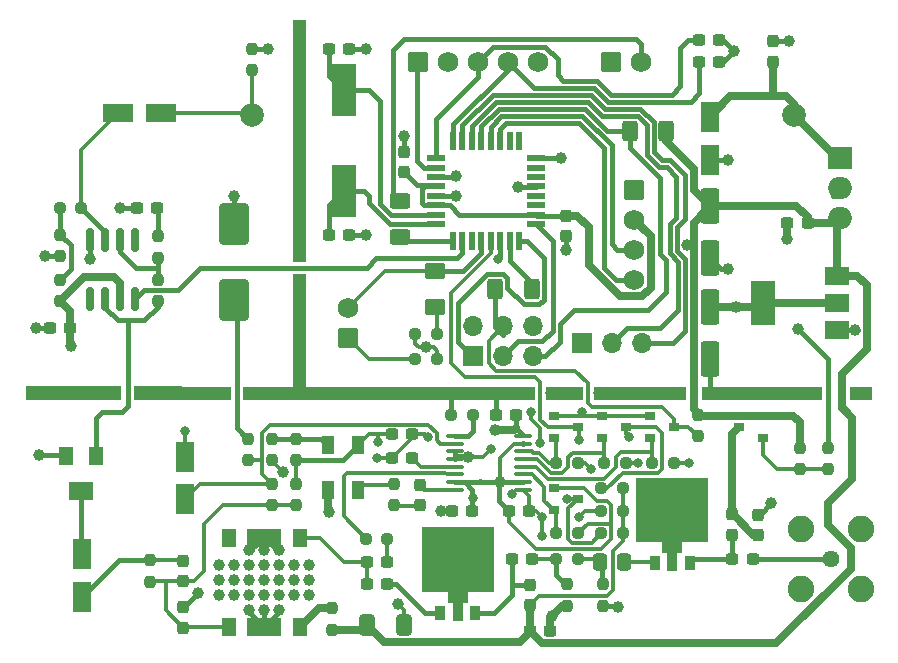
<source format=gbr>
%TF.GenerationSoftware,KiCad,Pcbnew,7.0.2*%
%TF.CreationDate,2023-08-02T15:39:13+02:00*%
%TF.ProjectId,ATV,4154562e-6b69-4636-9164-5f7063625858,1*%
%TF.SameCoordinates,Original*%
%TF.FileFunction,Copper,L1,Top*%
%TF.FilePolarity,Positive*%
%FSLAX46Y46*%
G04 Gerber Fmt 4.6, Leading zero omitted, Abs format (unit mm)*
G04 Created by KiCad (PCBNEW 7.0.2) date 2023-08-02 15:39:13*
%MOMM*%
%LPD*%
G01*
G04 APERTURE LIST*
G04 Aperture macros list*
%AMRoundRect*
0 Rectangle with rounded corners*
0 $1 Rounding radius*
0 $2 $3 $4 $5 $6 $7 $8 $9 X,Y pos of 4 corners*
0 Add a 4 corners polygon primitive as box body*
4,1,4,$2,$3,$4,$5,$6,$7,$8,$9,$2,$3,0*
0 Add four circle primitives for the rounded corners*
1,1,$1+$1,$2,$3*
1,1,$1+$1,$4,$5*
1,1,$1+$1,$6,$7*
1,1,$1+$1,$8,$9*
0 Add four rect primitives between the rounded corners*
20,1,$1+$1,$2,$3,$4,$5,0*
20,1,$1+$1,$4,$5,$6,$7,0*
20,1,$1+$1,$6,$7,$8,$9,0*
20,1,$1+$1,$8,$9,$2,$3,0*%
%AMFreePoly0*
4,1,9,3.862500,-0.866500,0.737500,-0.866500,0.737500,-0.450000,-0.737500,-0.450000,-0.737500,0.450000,0.737500,0.450000,0.737500,0.866500,3.862500,0.866500,3.862500,-0.866500,3.862500,-0.866500,$1*%
G04 Aperture macros list end*
%TA.AperFunction,SMDPad,CuDef*%
%ADD10RoundRect,0.237500X-0.237500X0.250000X-0.237500X-0.250000X0.237500X-0.250000X0.237500X0.250000X0*%
%TD*%
%TA.AperFunction,SMDPad,CuDef*%
%ADD11RoundRect,0.237500X-0.250000X-0.237500X0.250000X-0.237500X0.250000X0.237500X-0.250000X0.237500X0*%
%TD*%
%TA.AperFunction,ComponentPad*%
%ADD12O,2.000000X1.905000*%
%TD*%
%TA.AperFunction,ComponentPad*%
%ADD13R,2.000000X1.905000*%
%TD*%
%TA.AperFunction,SMDPad,CuDef*%
%ADD14R,1.000000X1.500000*%
%TD*%
%TA.AperFunction,SMDPad,CuDef*%
%ADD15R,1.200000X1.600000*%
%TD*%
%TA.AperFunction,SMDPad,CuDef*%
%ADD16R,3.000000X1.600000*%
%TD*%
%TA.AperFunction,SMDPad,CuDef*%
%ADD17RoundRect,0.237500X-0.237500X0.300000X-0.237500X-0.300000X0.237500X-0.300000X0.237500X0.300000X0*%
%TD*%
%TA.AperFunction,ComponentPad*%
%ADD18C,1.740000*%
%TD*%
%TA.AperFunction,ComponentPad*%
%ADD19RoundRect,0.249999X0.620001X-0.620001X0.620001X0.620001X-0.620001X0.620001X-0.620001X-0.620001X0*%
%TD*%
%TA.AperFunction,SMDPad,CuDef*%
%ADD20RoundRect,0.250000X0.550000X-1.050000X0.550000X1.050000X-0.550000X1.050000X-0.550000X-1.050000X0*%
%TD*%
%TA.AperFunction,SMDPad,CuDef*%
%ADD21RoundRect,0.250000X-1.050000X-0.550000X1.050000X-0.550000X1.050000X0.550000X-1.050000X0.550000X0*%
%TD*%
%TA.AperFunction,SMDPad,CuDef*%
%ADD22R,0.900000X0.800000*%
%TD*%
%TA.AperFunction,SMDPad,CuDef*%
%ADD23R,1.300000X1.600000*%
%TD*%
%TA.AperFunction,SMDPad,CuDef*%
%ADD24R,2.000000X1.600000*%
%TD*%
%TA.AperFunction,SMDPad,CuDef*%
%ADD25RoundRect,0.237500X0.237500X-0.250000X0.237500X0.250000X-0.237500X0.250000X-0.237500X-0.250000X0*%
%TD*%
%TA.AperFunction,SMDPad,CuDef*%
%ADD26RoundRect,0.250000X0.337500X0.475000X-0.337500X0.475000X-0.337500X-0.475000X0.337500X-0.475000X0*%
%TD*%
%TA.AperFunction,SMDPad,CuDef*%
%ADD27RoundRect,0.249999X-0.400001X-0.625001X0.400001X-0.625001X0.400001X0.625001X-0.400001X0.625001X0*%
%TD*%
%TA.AperFunction,SMDPad,CuDef*%
%ADD28R,2.000000X4.500000*%
%TD*%
%TA.AperFunction,SMDPad,CuDef*%
%ADD29RoundRect,0.237500X0.300000X0.237500X-0.300000X0.237500X-0.300000X-0.237500X0.300000X-0.237500X0*%
%TD*%
%TA.AperFunction,SMDPad,CuDef*%
%ADD30RoundRect,0.150000X-0.150000X0.825000X-0.150000X-0.825000X0.150000X-0.825000X0.150000X0.825000X0*%
%TD*%
%TA.AperFunction,ComponentPad*%
%ADD31O,1.700000X1.700000*%
%TD*%
%TA.AperFunction,ComponentPad*%
%ADD32R,1.700000X1.700000*%
%TD*%
%TA.AperFunction,ComponentPad*%
%ADD33RoundRect,0.249999X-0.620001X-0.620001X0.620001X-0.620001X0.620001X0.620001X-0.620001X0.620001X0*%
%TD*%
%TA.AperFunction,SMDPad,CuDef*%
%ADD34RoundRect,0.249999X0.400001X0.625001X-0.400001X0.625001X-0.400001X-0.625001X0.400001X-0.625001X0*%
%TD*%
%TA.AperFunction,SMDPad,CuDef*%
%ADD35RoundRect,0.249999X-0.625001X0.400001X-0.625001X-0.400001X0.625001X-0.400001X0.625001X0.400001X0*%
%TD*%
%TA.AperFunction,ComponentPad*%
%ADD36RoundRect,0.249999X-0.620001X0.620001X-0.620001X-0.620001X0.620001X-0.620001X0.620001X0.620001X0*%
%TD*%
%TA.AperFunction,ComponentPad*%
%ADD37C,2.000000*%
%TD*%
%TA.AperFunction,SMDPad,CuDef*%
%ADD38FreePoly0,90.000000*%
%TD*%
%TA.AperFunction,SMDPad,CuDef*%
%ADD39R,0.900000X1.300000*%
%TD*%
%TA.AperFunction,SMDPad,CuDef*%
%ADD40R,2.000000X1.500000*%
%TD*%
%TA.AperFunction,SMDPad,CuDef*%
%ADD41R,2.000000X3.800000*%
%TD*%
%TA.AperFunction,SMDPad,CuDef*%
%ADD42RoundRect,0.100000X-0.637500X-0.100000X0.637500X-0.100000X0.637500X0.100000X-0.637500X0.100000X0*%
%TD*%
%TA.AperFunction,SMDPad,CuDef*%
%ADD43R,0.550000X1.600000*%
%TD*%
%TA.AperFunction,SMDPad,CuDef*%
%ADD44R,1.600000X0.550000*%
%TD*%
%TA.AperFunction,SMDPad,CuDef*%
%ADD45RoundRect,0.237500X0.250000X0.237500X-0.250000X0.237500X-0.250000X-0.237500X0.250000X-0.237500X0*%
%TD*%
%TA.AperFunction,SMDPad,CuDef*%
%ADD46RoundRect,0.237500X-0.237500X0.287500X-0.237500X-0.287500X0.237500X-0.287500X0.237500X0.287500X0*%
%TD*%
%TA.AperFunction,SMDPad,CuDef*%
%ADD47RoundRect,0.237500X0.237500X-0.287500X0.237500X0.287500X-0.237500X0.287500X-0.237500X-0.287500X0*%
%TD*%
%TA.AperFunction,ComponentPad*%
%ADD48C,2.250000*%
%TD*%
%TA.AperFunction,ComponentPad*%
%ADD49C,1.440000*%
%TD*%
%TA.AperFunction,SMDPad,CuDef*%
%ADD50RoundRect,0.250000X0.625000X-0.462500X0.625000X0.462500X-0.625000X0.462500X-0.625000X-0.462500X0*%
%TD*%
%TA.AperFunction,SMDPad,CuDef*%
%ADD51RoundRect,0.237500X0.237500X-0.300000X0.237500X0.300000X-0.237500X0.300000X-0.237500X-0.300000X0*%
%TD*%
%TA.AperFunction,SMDPad,CuDef*%
%ADD52RoundRect,0.250000X-0.550000X1.250000X-0.550000X-1.250000X0.550000X-1.250000X0.550000X1.250000X0*%
%TD*%
%TA.AperFunction,SMDPad,CuDef*%
%ADD53RoundRect,0.237500X-0.300000X-0.237500X0.300000X-0.237500X0.300000X0.237500X-0.300000X0.237500X0*%
%TD*%
%TA.AperFunction,SMDPad,CuDef*%
%ADD54RoundRect,0.250000X-0.550000X1.050000X-0.550000X-1.050000X0.550000X-1.050000X0.550000X1.050000X0*%
%TD*%
%TA.AperFunction,SMDPad,CuDef*%
%ADD55RoundRect,0.249997X0.412503X0.650003X-0.412503X0.650003X-0.412503X-0.650003X0.412503X-0.650003X0*%
%TD*%
%TA.AperFunction,SMDPad,CuDef*%
%ADD56RoundRect,0.250000X1.000000X-1.500000X1.000000X1.500000X-1.000000X1.500000X-1.000000X-1.500000X0*%
%TD*%
%TA.AperFunction,ViaPad*%
%ADD57C,0.800000*%
%TD*%
%TA.AperFunction,ViaPad*%
%ADD58C,1.000000*%
%TD*%
%TA.AperFunction,Conductor*%
%ADD59C,0.400000*%
%TD*%
%TA.AperFunction,Conductor*%
%ADD60C,0.700000*%
%TD*%
%TA.AperFunction,Conductor*%
%ADD61C,0.300000*%
%TD*%
G04 APERTURE END LIST*
D10*
%TO.P,R3,2*%
%TO.N,Net-(C6-Pad2)*%
X91998800Y-149907000D03*
%TO.P,R3,1*%
%TO.N,Net-(R3-Pad1)*%
X91998800Y-148082000D03*
%TD*%
D11*
%TO.P,R22,2*%
%TO.N,Net-(C22-Pad2)*%
X91463500Y-152704800D03*
%TO.P,R22,1*%
%TO.N,RF*%
X89638500Y-152704800D03*
%TD*%
D12*
%TO.P,U5,3*%
%TO.N,+5V*%
X129755900Y-125564900D03*
%TO.P,U5,2*%
%TO.N,GND*%
X129755900Y-123024900D03*
D13*
%TO.P,U5,1*%
%TO.N,Net-(C25-Pad1)*%
X129755900Y-120484900D03*
%TD*%
D10*
%TO.P,R21,2*%
%TO.N,Net-(C19-Pad1)*%
X83705700Y-149907000D03*
%TO.P,R21,1*%
%TO.N,+3V3*%
X83705700Y-148082000D03*
%TD*%
D14*
%TO.P,X1,4*%
%TO.N,+3V3*%
X88992000Y-144780000D03*
%TO.P,X1,3*%
%TO.N,Net-(R3-Pad1)*%
X88992000Y-148580000D03*
%TO.P,X1,2*%
%TO.N,GND*%
X86392000Y-148580000D03*
%TO.P,X1,1*%
%TO.N,Net-(R1-Pad2)*%
X86392000Y-144780000D03*
%TD*%
D15*
%TO.P,X2,1*%
%TO.N,Net-(R20-Pad1)*%
X84031000Y-160225000D03*
%TO.P,X2,3*%
%TO.N,Net-(C19-Pad1)*%
X78031000Y-160225000D03*
D16*
%TO.P,X2,5*%
%TO.N,GND*%
X81031000Y-160225000D03*
X81031000Y-152625000D03*
D15*
%TO.P,X2,*%
%TO.N,*%
X78031000Y-152625000D03*
%TO.P,X2,6*%
%TO.N,Net-(C22-Pad1)*%
X84031000Y-152625000D03*
%TD*%
D17*
%TO.P,C6,2*%
%TO.N,Net-(C6-Pad2)*%
X94183200Y-149857000D03*
%TO.P,C6,1*%
%TO.N,Net-(C6-Pad1)*%
X94183200Y-148132000D03*
%TD*%
D11*
%TO.P,R8,2*%
%TO.N,GND*%
X95654500Y-137541000D03*
%TO.P,R8,1*%
%TO.N,Net-(J1-Pad1)*%
X93829500Y-137541000D03*
%TD*%
D18*
%TO.P,J1,2*%
%TO.N,Net-(D1-Pad2)*%
X88138000Y-133223000D03*
D19*
%TO.P,J1,1*%
%TO.N,Net-(J1-Pad1)*%
X88138000Y-135763000D03*
%TD*%
D20*
%TO.P,C14,2*%
%TO.N,GND*%
X74295000Y-145774000D03*
%TO.P,C14,1*%
%TO.N,Net-(C14-Pad1)*%
X74295000Y-149374000D03*
%TD*%
%TO.P,C18,2*%
%TO.N,Net-(C18-Pad2)*%
X65595500Y-154029000D03*
%TO.P,C18,1*%
%TO.N,Net-(C18-Pad1)*%
X65595500Y-157629000D03*
%TD*%
D21*
%TO.P,C11,2*%
%TO.N,Net-(C11-Pad2)*%
X72285000Y-116713000D03*
%TO.P,C11,1*%
%TO.N,Net-(C11-Pad1)*%
X68685000Y-116713000D03*
%TD*%
D22*
%TO.P,Q1,3*%
%TO.N,+5VL*%
X121237500Y-143256000D03*
%TO.P,Q1,2*%
%TO.N,+5V*%
X123237500Y-142306000D03*
%TO.P,Q1,1*%
%TO.N,Net-(Q1-Pad1)*%
X123237500Y-144206000D03*
%TD*%
D23*
%TO.P,RV1,3*%
%TO.N,GND*%
X64282000Y-145743000D03*
D24*
%TO.P,RV1,2*%
%TO.N,Net-(C18-Pad2)*%
X65532000Y-148643000D03*
D23*
%TO.P,RV1,1*%
%TO.N,Net-(R15-Pad2)*%
X66782000Y-145743000D03*
%TD*%
D25*
%TO.P,R18,2*%
%TO.N,Net-(C14-Pad1)*%
X81661000Y-148082000D03*
%TO.P,R18,1*%
%TO.N,Net-(C19-Pad1)*%
X81661000Y-149907000D03*
%TD*%
D26*
%TO.P,C28,2*%
%TO.N,Net-(C28-Pad2)*%
X109452500Y-154686000D03*
%TO.P,C28,1*%
%TO.N,Net-(C28-Pad1)*%
X111527500Y-154686000D03*
%TD*%
D27*
%TO.P,R7,2*%
%TO.N,Net-(R7-Pad2)*%
X103658000Y-131572000D03*
%TO.P,R7,1*%
%TO.N,MOSI*%
X100558000Y-131572000D03*
%TD*%
D28*
%TO.P,Y1,2*%
%TO.N,Net-(C10-Pad2)*%
X87757000Y-123249000D03*
%TO.P,Y1,1*%
%TO.N,Net-(C9-Pad2)*%
X87757000Y-114749000D03*
%TD*%
D25*
%TO.P,R34,2*%
%TO.N,+5V*%
X117729000Y-142216500D03*
%TO.P,R34,1*%
%TO.N,MOSI*%
X117729000Y-144041500D03*
%TD*%
D11*
%TO.P,R33,2*%
%TO.N,+5V*%
X111402500Y-150368000D03*
%TO.P,R33,1*%
%TO.N,LD*%
X109577500Y-150368000D03*
%TD*%
%TO.P,R32,2*%
%TO.N,+3V3*%
X115720500Y-146304000D03*
%TO.P,R32,1*%
%TO.N,LMOSI*%
X113895500Y-146304000D03*
%TD*%
%TO.P,R31,2*%
%TO.N,+3V3*%
X107592500Y-146304000D03*
%TO.P,R31,1*%
%TO.N,LLD*%
X105767500Y-146304000D03*
%TD*%
%TO.P,R30,2*%
%TO.N,+5V*%
X111402500Y-152273000D03*
%TO.P,R30,1*%
%TO.N,SCK*%
X109577500Y-152273000D03*
%TD*%
%TO.P,R29,2*%
%TO.N,+5V*%
X111402500Y-148463000D03*
%TO.P,R29,1*%
%TO.N,SS*%
X109577500Y-148463000D03*
%TD*%
%TO.P,R28,2*%
%TO.N,+3V3*%
X107592500Y-152273000D03*
%TO.P,R28,1*%
%TO.N,LSCK*%
X105767500Y-152273000D03*
%TD*%
%TO.P,R27,2*%
%TO.N,+3V3*%
X111656500Y-146304000D03*
%TO.P,R27,1*%
%TO.N,LSS*%
X109831500Y-146304000D03*
%TD*%
D10*
%TO.P,R20,2*%
%TO.N,+5V*%
X86741000Y-160424500D03*
%TO.P,R20,1*%
%TO.N,Net-(R20-Pad1)*%
X86741000Y-158599500D03*
%TD*%
%TO.P,R19,2*%
%TO.N,Net-(C19-Pad1)*%
X71374000Y-156360500D03*
%TO.P,R19,1*%
%TO.N,Net-(C18-Pad1)*%
X71374000Y-154535500D03*
%TD*%
%TO.P,R12,2*%
%TO.N,Net-(R12-Pad2)*%
X72009000Y-128928500D03*
%TO.P,R12,1*%
%TO.N,Net-(C12-Pad1)*%
X72009000Y-127103500D03*
%TD*%
D25*
%TO.P,R6,2*%
%TO.N,GND*%
X80010000Y-111228500D03*
%TO.P,R6,1*%
%TO.N,Net-(C11-Pad2)*%
X80010000Y-113053500D03*
%TD*%
D22*
%TO.P,Q5,3*%
%TO.N,MOSI*%
X115681000Y-143256000D03*
%TO.P,Q5,2*%
%TO.N,LMOSI*%
X113681000Y-144206000D03*
%TO.P,Q5,1*%
%TO.N,+3V3*%
X113681000Y-142306000D03*
%TD*%
%TO.P,Q4,3*%
%TO.N,LD*%
X107553000Y-143256000D03*
%TO.P,Q4,2*%
%TO.N,LLD*%
X105553000Y-144206000D03*
%TO.P,Q4,1*%
%TO.N,+3V3*%
X105553000Y-142306000D03*
%TD*%
%TO.P,Q3,3*%
%TO.N,SCK*%
X107553000Y-149352000D03*
%TO.P,Q3,2*%
%TO.N,LSCK*%
X105553000Y-150302000D03*
%TO.P,Q3,1*%
%TO.N,+3V3*%
X105553000Y-148402000D03*
%TD*%
%TO.P,Q2,3*%
%TO.N,SS*%
X111617000Y-143256000D03*
%TO.P,Q2,2*%
%TO.N,LSS*%
X109617000Y-144206000D03*
%TO.P,Q2,1*%
%TO.N,+3V3*%
X109617000Y-142306000D03*
%TD*%
D17*
%TO.P,C20,2*%
%TO.N,Net-(C19-Pad1)*%
X74168000Y-156310500D03*
%TO.P,C20,1*%
%TO.N,Net-(C18-Pad1)*%
X74168000Y-154585500D03*
%TD*%
D29*
%TO.P,C12,2*%
%TO.N,GND*%
X70257500Y-124714000D03*
%TO.P,C12,1*%
%TO.N,Net-(C12-Pad1)*%
X71982500Y-124714000D03*
%TD*%
D30*
%TO.P,U3,8*%
%TO.N,ENABLE*%
X70104000Y-132396000D03*
%TO.P,U3,7*%
%TO.N,+5V*%
X68834000Y-132396000D03*
%TO.P,U3,6*%
%TO.N,Net-(R15-Pad2)*%
X67564000Y-132396000D03*
%TO.P,U3,5*%
%TO.N,N/C*%
X66294000Y-132396000D03*
%TO.P,U3,4*%
%TO.N,GND*%
X66294000Y-127446000D03*
%TO.P,U3,3*%
%TO.N,Net-(C11-Pad1)*%
X67564000Y-127446000D03*
%TO.P,U3,2*%
%TO.N,Net-(R12-Pad2)*%
X68834000Y-127446000D03*
%TO.P,U3,1*%
%TO.N,N/C*%
X70104000Y-127446000D03*
%TD*%
D31*
%TO.P,J4,3*%
%TO.N,Net-(J4-Pad3)*%
X113030000Y-136144000D03*
%TO.P,J4,2*%
%TO.N,Net-(J4-Pad2)*%
X110490000Y-136144000D03*
D32*
%TO.P,J4,1*%
%TO.N,GND*%
X107950000Y-136144000D03*
%TD*%
D31*
%TO.P,J7,6*%
%TO.N,GND*%
X103759000Y-134747000D03*
%TO.P,J7,5*%
%TO.N,RST*%
X103759000Y-137287000D03*
%TO.P,J7,4*%
%TO.N,MOSI*%
X101219000Y-134747000D03*
%TO.P,J7,3*%
%TO.N,SCK*%
X101219000Y-137287000D03*
%TO.P,J7,2*%
%TO.N,N/C*%
X98679000Y-134747000D03*
D32*
%TO.P,J7,1*%
%TO.N,MISO*%
X98679000Y-137287000D03*
%TD*%
D18*
%TO.P,J5,5*%
%TO.N,GND*%
X104190800Y-112318800D03*
%TO.P,J5,4*%
%TO.N,Net-(C15-Pad2)*%
X101650800Y-112318800D03*
%TO.P,J5,3*%
%TO.N,Net-(C16-Pad2)*%
X99110800Y-112318800D03*
%TO.P,J5,2*%
%TO.N,GND*%
X96570800Y-112318800D03*
D33*
%TO.P,J5,1*%
%TO.N,Net-(J5-Pad1)*%
X94030800Y-112318800D03*
%TD*%
D34*
%TO.P,R23,2*%
%TO.N,RST*%
X111962600Y-118186200D03*
%TO.P,R23,1*%
%TO.N,+5V*%
X115062600Y-118186200D03*
%TD*%
D35*
%TO.P,R5,2*%
%TO.N,Net-(R5-Pad2)*%
X92506800Y-127203800D03*
%TO.P,R5,1*%
%TO.N,Net-(J3-Pad2)*%
X92506800Y-124103800D03*
%TD*%
D18*
%TO.P,J6,4*%
%TO.N,Net-(J6-Pad4)*%
X112344200Y-130784600D03*
%TO.P,J6,3*%
%TO.N,Net-(J6-Pad3)*%
X112344200Y-128244600D03*
%TO.P,J6,2*%
%TO.N,+5V*%
X112344200Y-125704600D03*
D36*
%TO.P,J6,1*%
%TO.N,GND*%
X112344200Y-123164600D03*
%TD*%
D18*
%TO.P,J3,2*%
%TO.N,Net-(J3-Pad2)*%
X112953800Y-112318800D03*
D33*
%TO.P,J3,1*%
%TO.N,GND*%
X110413800Y-112318800D03*
%TD*%
D29*
%TO.P,C16,2*%
%TO.N,Net-(C16-Pad2)*%
X117806300Y-110490000D03*
%TO.P,C16,1*%
%TO.N,GND*%
X119531300Y-110490000D03*
%TD*%
%TO.P,C15,2*%
%TO.N,Net-(C15-Pad2)*%
X117831700Y-112395000D03*
%TO.P,C15,1*%
%TO.N,GND*%
X119556700Y-112395000D03*
%TD*%
D37*
%TO.P,J2,1*%
%TO.N,Net-(C11-Pad2)*%
X80010000Y-116814600D03*
%TD*%
D38*
%TO.P,U6,2*%
%TO.N,GND*%
X115570000Y-154724500D03*
D39*
%TO.P,U6,3*%
%TO.N,Net-(C32-Pad2)*%
X117070000Y-154812000D03*
%TO.P,U6,1*%
%TO.N,Net-(C28-Pad1)*%
X114070000Y-154812000D03*
%TD*%
D40*
%TO.P,U7,1*%
%TO.N,GND*%
X129540400Y-135040400D03*
%TO.P,U7,3*%
%TO.N,+5V*%
X129540400Y-130440400D03*
%TO.P,U7,2*%
%TO.N,+3V3*%
X129540400Y-132740400D03*
D41*
X123240400Y-132740400D03*
%TD*%
D38*
%TO.P,U4,2*%
%TO.N,GND*%
X97409000Y-158915500D03*
D39*
%TO.P,U4,3*%
%TO.N,Net-(C26-Pad2)*%
X98909000Y-159003000D03*
%TO.P,U4,1*%
%TO.N,Net-(C23-Pad1)*%
X95909000Y-159003000D03*
%TD*%
D42*
%TO.P,U2,16*%
%TO.N,+5V*%
X102938500Y-144029000D03*
%TO.P,U2,15*%
%TO.N,+3V3*%
X102938500Y-144679000D03*
%TO.P,U2,14*%
%TO.N,LLD*%
X102938500Y-145329000D03*
%TO.P,U2,13*%
%TO.N,LSS*%
X102938500Y-145979000D03*
%TO.P,U2,12*%
%TO.N,LMOSI*%
X102938500Y-146629000D03*
%TO.P,U2,11*%
%TO.N,LSCK*%
X102938500Y-147279000D03*
%TO.P,U2,10*%
%TO.N,+3V3*%
X102938500Y-147929000D03*
%TO.P,U2,9*%
%TO.N,GND*%
X102938500Y-148579000D03*
%TO.P,U2,8*%
%TO.N,Net-(C6-Pad1)*%
X97213500Y-148579000D03*
%TO.P,U2,7*%
%TO.N,+3V3*%
X97213500Y-147929000D03*
%TO.P,U2,6*%
%TO.N,RF*%
X97213500Y-147279000D03*
%TO.P,U2,5*%
%TO.N,Net-(C7-Pad1)*%
X97213500Y-146629000D03*
%TO.P,U2,4*%
%TO.N,GND*%
X97213500Y-145979000D03*
%TO.P,U2,3*%
X97213500Y-145329000D03*
%TO.P,U2,2*%
%TO.N,Net-(C14-Pad1)*%
X97213500Y-144679000D03*
%TO.P,U2,1*%
%TO.N,Net-(R13-Pad2)*%
X97213500Y-144029000D03*
%TD*%
D43*
%TO.P,U1,32*%
%TO.N,Net-(C15-Pad2)*%
X96996600Y-119041600D03*
%TO.P,U1,31*%
%TO.N,Net-(J4-Pad3)*%
X97796600Y-119041600D03*
%TO.P,U1,30*%
%TO.N,Net-(J4-Pad2)*%
X98596600Y-119041600D03*
%TO.P,U1,29*%
%TO.N,RST*%
X99396600Y-119041600D03*
%TO.P,U1,28*%
%TO.N,Net-(J6-Pad3)*%
X100196600Y-119041600D03*
%TO.P,U1,27*%
%TO.N,Net-(J6-Pad4)*%
X100996600Y-119041600D03*
%TO.P,U1,26*%
%TO.N,N/C*%
X101796600Y-119041600D03*
%TO.P,U1,25*%
X102596600Y-119041600D03*
D44*
%TO.P,U1,24*%
%TO.N,Net-(R14-Pad2)*%
X104046600Y-120491600D03*
%TO.P,U1,23*%
%TO.N,N/C*%
X104046600Y-121291600D03*
%TO.P,U1,22*%
X104046600Y-122091600D03*
%TO.P,U1,21*%
%TO.N,GND*%
X104046600Y-122891600D03*
%TO.P,U1,20*%
%TO.N,N/C*%
X104046600Y-123691600D03*
%TO.P,U1,19*%
X104046600Y-124491600D03*
%TO.P,U1,18*%
%TO.N,+5V*%
X104046600Y-125291600D03*
%TO.P,U1,17*%
%TO.N,SCK*%
X104046600Y-126091600D03*
D43*
%TO.P,U1,16*%
%TO.N,MISO*%
X102596600Y-127541600D03*
%TO.P,U1,15*%
%TO.N,Net-(R7-Pad2)*%
X101796600Y-127541600D03*
%TO.P,U1,14*%
%TO.N,SS*%
X100996600Y-127541600D03*
%TO.P,U1,13*%
%TO.N,LD*%
X100196600Y-127541600D03*
%TO.P,U1,12*%
%TO.N,Net-(D1-Pad2)*%
X99396600Y-127541600D03*
%TO.P,U1,11*%
%TO.N,N/C*%
X98596600Y-127541600D03*
%TO.P,U1,10*%
%TO.N,ENABLE*%
X97796600Y-127541600D03*
%TO.P,U1,9*%
%TO.N,Net-(R5-Pad2)*%
X96996600Y-127541600D03*
D44*
%TO.P,U1,8*%
%TO.N,Net-(C10-Pad2)*%
X95546600Y-126091600D03*
%TO.P,U1,7*%
%TO.N,Net-(C9-Pad2)*%
X95546600Y-125291600D03*
%TO.P,U1,6*%
%TO.N,+5V*%
X95546600Y-124491600D03*
%TO.P,U1,5*%
%TO.N,GND*%
X95546600Y-123691600D03*
%TO.P,U1,4*%
%TO.N,+5V*%
X95546600Y-122891600D03*
%TO.P,U1,3*%
%TO.N,GND*%
X95546600Y-122091600D03*
%TO.P,U1,2*%
%TO.N,Net-(J5-Pad1)*%
X95546600Y-121291600D03*
%TO.P,U1,1*%
%TO.N,Net-(C16-Pad2)*%
X95546600Y-120491600D03*
%TD*%
D10*
%TO.P,R26,2*%
%TO.N,GND*%
X109728000Y-158392500D03*
%TO.P,R26,1*%
%TO.N,Net-(C28-Pad2)*%
X109728000Y-156567500D03*
%TD*%
D45*
%TO.P,R25,2*%
%TO.N,Net-(C26-Pad1)*%
X105767500Y-154432000D03*
%TO.P,R25,1*%
%TO.N,Net-(C28-Pad2)*%
X107592500Y-154432000D03*
%TD*%
D25*
%TO.P,R24,2*%
%TO.N,Net-(C26-Pad1)*%
X106680000Y-156567500D03*
%TO.P,R24,1*%
%TO.N,GND*%
X106680000Y-158392500D03*
%TD*%
%TO.P,R16,2*%
%TO.N,Net-(C17-Pad1)*%
X79629000Y-144248500D03*
%TO.P,R16,1*%
%TO.N,Net-(C14-Pad1)*%
X79629000Y-146073500D03*
%TD*%
D10*
%TO.P,R15,2*%
%TO.N,Net-(R15-Pad2)*%
X72009000Y-132611500D03*
%TO.P,R15,1*%
%TO.N,Net-(R12-Pad2)*%
X72009000Y-130786500D03*
%TD*%
%TO.P,R17,2*%
%TO.N,Net-(Q1-Pad1)*%
X126365000Y-146835500D03*
%TO.P,R17,1*%
%TO.N,+5V*%
X126365000Y-145010500D03*
%TD*%
D11*
%TO.P,R13,2*%
%TO.N,Net-(R13-Pad2)*%
X98702500Y-142240000D03*
%TO.P,R13,1*%
%TO.N,GND*%
X96877500Y-142240000D03*
%TD*%
D45*
%TO.P,R11,2*%
%TO.N,Net-(R10-Pad2)*%
X63730500Y-124714000D03*
%TO.P,R11,1*%
%TO.N,Net-(C11-Pad1)*%
X65555500Y-124714000D03*
%TD*%
D25*
%TO.P,R10,2*%
%TO.N,Net-(R10-Pad2)*%
X63754000Y-130786500D03*
%TO.P,R10,1*%
%TO.N,+5V*%
X63754000Y-132611500D03*
%TD*%
%TO.P,R14,2*%
%TO.N,Net-(R14-Pad2)*%
X128778000Y-145010500D03*
%TO.P,R14,1*%
%TO.N,Net-(Q1-Pad1)*%
X128778000Y-146835500D03*
%TD*%
D10*
%TO.P,R9,2*%
%TO.N,GND*%
X63754000Y-128801500D03*
%TO.P,R9,1*%
%TO.N,Net-(R10-Pad2)*%
X63754000Y-126976500D03*
%TD*%
D11*
%TO.P,R4,2*%
%TO.N,Net-(D1-Pad1)*%
X95654500Y-135382000D03*
%TO.P,R4,1*%
%TO.N,GND*%
X93829500Y-135382000D03*
%TD*%
D10*
%TO.P,R2,2*%
%TO.N,GND*%
X81661000Y-146073500D03*
%TO.P,R2,1*%
%TO.N,Net-(R1-Pad2)*%
X81661000Y-144248500D03*
%TD*%
D25*
%TO.P,R1,2*%
%TO.N,Net-(R1-Pad2)*%
X83693000Y-144248500D03*
%TO.P,R1,1*%
%TO.N,+3V3*%
X83693000Y-146073500D03*
%TD*%
D46*
%TO.P,L2,2*%
%TO.N,Net-(C32-Pad2)*%
X120650000Y-152386000D03*
%TO.P,L2,1*%
%TO.N,+5VL*%
X120650000Y-150636000D03*
%TD*%
D47*
%TO.P,L1,2*%
%TO.N,Net-(C26-Pad2)*%
X103505000Y-156605000D03*
%TO.P,L1,1*%
%TO.N,+5V*%
X103505000Y-158355000D03*
%TD*%
D48*
%TO.P,J9,2*%
%TO.N,GND*%
X126492000Y-156972000D03*
X126492000Y-151892000D03*
X131572000Y-151892000D03*
X131572000Y-156972000D03*
D49*
%TO.P,J9,1*%
%TO.N,Net-(C32-Pad1)*%
X129032000Y-154432000D03*
%TD*%
D37*
%TO.P,J8,1*%
%TO.N,Net-(C25-Pad1)*%
X125882400Y-116814600D03*
%TD*%
D50*
%TO.P,D1,2*%
%TO.N,Net-(D1-Pad2)*%
X95504000Y-130084500D03*
%TO.P,D1,1*%
%TO.N,Net-(D1-Pad1)*%
X95504000Y-133059500D03*
%TD*%
D29*
%TO.P,C32,2*%
%TO.N,Net-(C32-Pad2)*%
X120650000Y-154432000D03*
%TO.P,C32,1*%
%TO.N,Net-(C32-Pad1)*%
X122375000Y-154432000D03*
%TD*%
D51*
%TO.P,C30,2*%
%TO.N,GND*%
X122809000Y-150675000D03*
%TO.P,C30,1*%
%TO.N,+5VL*%
X122809000Y-152400000D03*
%TD*%
D52*
%TO.P,C33,2*%
%TO.N,GND*%
X118745000Y-137505800D03*
%TO.P,C33,1*%
%TO.N,+3V3*%
X118745000Y-133105800D03*
%TD*%
D29*
%TO.P,C31,2*%
%TO.N,GND*%
X125299300Y-125984000D03*
%TO.P,C31,1*%
%TO.N,+5V*%
X127024300Y-125984000D03*
%TD*%
D52*
%TO.P,C29,2*%
%TO.N,GND*%
X118770400Y-128971400D03*
%TO.P,C29,1*%
%TO.N,+5V*%
X118770400Y-124571400D03*
%TD*%
D29*
%TO.P,C26,2*%
%TO.N,Net-(C26-Pad2)*%
X102007500Y-154432000D03*
%TO.P,C26,1*%
%TO.N,Net-(C26-Pad1)*%
X103732500Y-154432000D03*
%TD*%
D51*
%TO.P,C27,2*%
%TO.N,GND*%
X124129800Y-110619200D03*
%TO.P,C27,1*%
%TO.N,Net-(C25-Pad1)*%
X124129800Y-112344200D03*
%TD*%
D53*
%TO.P,C24,2*%
%TO.N,GND*%
X105256500Y-160528000D03*
%TO.P,C24,1*%
%TO.N,+5V*%
X103531500Y-160528000D03*
%TD*%
D54*
%TO.P,C25,2*%
%TO.N,GND*%
X118745000Y-120621200D03*
%TO.P,C25,1*%
%TO.N,Net-(C25-Pad1)*%
X118745000Y-117021200D03*
%TD*%
D53*
%TO.P,C22,2*%
%TO.N,Net-(C22-Pad2)*%
X91413500Y-154686000D03*
%TO.P,C22,1*%
%TO.N,Net-(C22-Pad1)*%
X89688500Y-154686000D03*
%TD*%
D29*
%TO.P,C23,2*%
%TO.N,Net-(C22-Pad1)*%
X89688500Y-156591000D03*
%TO.P,C23,1*%
%TO.N,Net-(C23-Pad1)*%
X91413500Y-156591000D03*
%TD*%
D55*
%TO.P,C21,2*%
%TO.N,+5V*%
X89750500Y-160020000D03*
%TO.P,C21,1*%
%TO.N,GND*%
X92875500Y-160020000D03*
%TD*%
D51*
%TO.P,C19,2*%
%TO.N,GND*%
X74168000Y-158522500D03*
%TO.P,C19,1*%
%TO.N,Net-(C19-Pad1)*%
X74168000Y-160247500D03*
%TD*%
D56*
%TO.P,C17,2*%
%TO.N,GND*%
X78486000Y-126036000D03*
%TO.P,C17,1*%
%TO.N,Net-(C17-Pad1)*%
X78486000Y-132536000D03*
%TD*%
D53*
%TO.P,C13,2*%
%TO.N,+5V*%
X64616500Y-134874000D03*
%TO.P,C13,1*%
%TO.N,GND*%
X62891500Y-134874000D03*
%TD*%
D29*
%TO.P,C10,2*%
%TO.N,Net-(C10-Pad2)*%
X86513500Y-127000000D03*
%TO.P,C10,1*%
%TO.N,GND*%
X88238500Y-127000000D03*
%TD*%
%TO.P,C9,2*%
%TO.N,Net-(C9-Pad2)*%
X86513500Y-111252000D03*
%TO.P,C9,1*%
%TO.N,GND*%
X88238500Y-111252000D03*
%TD*%
%TO.P,C8,2*%
%TO.N,GND*%
X96927500Y-150368000D03*
%TO.P,C8,1*%
%TO.N,+3V3*%
X98652500Y-150368000D03*
%TD*%
D51*
%TO.P,C4,2*%
%TO.N,+5V*%
X106553000Y-125375500D03*
%TO.P,C4,1*%
%TO.N,GND*%
X106553000Y-127100500D03*
%TD*%
D29*
%TO.P,C7,2*%
%TO.N,GND*%
X91847500Y-145923000D03*
%TO.P,C7,1*%
%TO.N,Net-(C7-Pad1)*%
X93572500Y-145923000D03*
%TD*%
D53*
%TO.P,C5,2*%
%TO.N,GND*%
X103478500Y-150368000D03*
%TO.P,C5,1*%
%TO.N,+3V3*%
X101753500Y-150368000D03*
%TD*%
D51*
%TO.P,C2,2*%
%TO.N,GND*%
X92837000Y-119941000D03*
%TO.P,C2,1*%
%TO.N,+5V*%
X92837000Y-121666000D03*
%TD*%
D29*
%TO.P,C3,2*%
%TO.N,GND*%
X100610500Y-142240000D03*
%TO.P,C3,1*%
%TO.N,+5V*%
X102335500Y-142240000D03*
%TD*%
%TO.P,C1,2*%
%TO.N,+3V3*%
X91847500Y-143891000D03*
%TO.P,C1,1*%
%TO.N,GND*%
X93572500Y-143891000D03*
%TD*%
D57*
%TO.N,GND*%
X90601800Y-145923000D03*
X104394000Y-144653000D03*
D58*
X115570000Y-153162000D03*
X123952000Y-149733000D03*
X105410000Y-159258000D03*
X110998000Y-158496000D03*
X81026000Y-153670000D03*
X81026000Y-154940000D03*
X81026000Y-156210000D03*
X81026000Y-157480000D03*
X81026000Y-158750000D03*
X79756000Y-157480000D03*
X79756000Y-154940000D03*
X79756000Y-156210000D03*
X79756000Y-158750000D03*
X79756000Y-153670000D03*
X82296000Y-157480000D03*
X82296000Y-156210000D03*
X82296000Y-158750000D03*
X82296000Y-154940000D03*
X82296000Y-153670000D03*
X83566000Y-154940000D03*
X83566000Y-156210000D03*
X83566000Y-157480000D03*
X84836000Y-156210000D03*
X84836000Y-154940000D03*
X84836000Y-157480000D03*
X78486000Y-154940000D03*
X78486000Y-156210000D03*
X78486000Y-157480000D03*
X77216000Y-154940000D03*
X77216000Y-156210000D03*
X77216000Y-157480000D03*
X97409000Y-156083000D03*
X97409000Y-157353000D03*
X97409000Y-154813000D03*
X97409000Y-153543000D03*
X96139000Y-153543000D03*
X96139000Y-154813000D03*
X98679000Y-153543000D03*
X98679000Y-154813000D03*
X98679000Y-156083000D03*
X96139000Y-156083000D03*
X94869000Y-156083000D03*
X99949000Y-156083000D03*
X99949000Y-156083000D03*
X99949000Y-153543000D03*
X99949000Y-154813000D03*
X99949000Y-153543000D03*
X99949000Y-154813000D03*
X94869000Y-153543000D03*
X94869000Y-154813000D03*
X97409000Y-152273000D03*
X96139000Y-152273000D03*
X94869000Y-152273000D03*
X98679000Y-152273000D03*
X99949000Y-152273000D03*
X116840000Y-151892000D03*
X118110000Y-151892000D03*
X115570000Y-149352000D03*
X118110000Y-149352000D03*
X113030000Y-148082000D03*
X114300000Y-149352000D03*
X114300000Y-151892000D03*
X118110000Y-149352000D03*
X118110000Y-150622000D03*
X115570000Y-148082000D03*
X118110000Y-151892000D03*
X116840000Y-148082000D03*
X116840000Y-150622000D03*
X113030000Y-149352000D03*
X118110000Y-148082000D03*
X118110000Y-150622000D03*
X114300000Y-150622000D03*
X113030000Y-150622000D03*
X116840000Y-149352000D03*
X115570000Y-150622000D03*
X114300000Y-148082000D03*
X115570000Y-151892000D03*
X75438000Y-157353000D03*
X61722000Y-134874000D03*
X62484000Y-128778000D03*
X78486000Y-123698000D03*
X98298000Y-145796000D03*
X96012000Y-150368000D03*
X97282000Y-123698000D03*
X102514400Y-122910600D03*
X131419600Y-140411200D03*
X131028440Y-135026400D03*
X94742000Y-136525000D03*
X89662000Y-127000000D03*
X89662000Y-111252000D03*
X120802400Y-111429800D03*
X125425200Y-110617000D03*
X127508000Y-140411200D03*
X126238000Y-140411200D03*
X124968000Y-140411200D03*
X123698000Y-140411200D03*
X122428000Y-140411200D03*
X121158000Y-140411200D03*
X119888000Y-140411200D03*
X118618000Y-140411200D03*
X97790000Y-140360400D03*
X93980000Y-140360400D03*
X92710000Y-140360400D03*
X91440000Y-140360400D03*
X90170000Y-140360400D03*
X88900000Y-140360400D03*
X87630000Y-140360400D03*
X86360000Y-140360400D03*
X85090000Y-140360400D03*
X83820000Y-140360400D03*
X82550000Y-140360400D03*
X81280000Y-140360400D03*
X80010000Y-140360400D03*
X77470000Y-140360400D03*
X76200000Y-140360400D03*
X74930000Y-140360400D03*
X73660000Y-140360400D03*
X72390000Y-140360400D03*
X71120000Y-140360400D03*
X65278000Y-140360400D03*
X64008000Y-140360400D03*
X66548000Y-140360400D03*
X62738000Y-140360400D03*
X61468000Y-140360400D03*
X115697000Y-140411200D03*
X114427000Y-140411200D03*
X113157000Y-140411200D03*
X111887000Y-140411200D03*
X110617000Y-140411200D03*
X106553000Y-128270000D03*
X97282000Y-122047000D03*
X125272800Y-127330200D03*
X92837000Y-118618000D03*
X120269000Y-120650000D03*
X120269000Y-129921000D03*
X67818000Y-140360400D03*
X99060000Y-140360400D03*
X105283000Y-140360400D03*
X109347000Y-140411200D03*
X84000000Y-138938000D03*
X84000000Y-137668000D03*
X84000000Y-136398000D03*
X84000000Y-135128000D03*
X84000000Y-133858000D03*
X84000000Y-128270000D03*
X84000000Y-127000000D03*
X84000000Y-124460000D03*
X84000000Y-123190000D03*
X84000000Y-121920000D03*
X84000000Y-120650000D03*
X84000000Y-119380000D03*
X84000000Y-118110000D03*
X84000000Y-116840000D03*
X84000000Y-115570000D03*
X84000000Y-114300000D03*
X84000000Y-113030000D03*
X84000000Y-111760000D03*
X84000000Y-110490000D03*
X66294000Y-129032000D03*
X81381600Y-111252000D03*
X68834000Y-124714000D03*
X86487000Y-150495000D03*
D57*
X94869000Y-144145000D03*
D58*
X92329000Y-158242000D03*
D57*
X100203000Y-145161000D03*
X103632000Y-141986000D03*
X104521000Y-150876000D03*
X104521000Y-152527000D03*
X101981000Y-148971000D03*
D58*
X82613500Y-147066000D03*
X95250000Y-140360400D03*
X100330000Y-140360400D03*
X103251000Y-140360400D03*
X106680000Y-140360400D03*
X84000000Y-132588000D03*
X84000000Y-131318000D03*
X61976000Y-145669000D03*
D57*
X74295000Y-143573500D03*
D58*
X113030000Y-151892000D03*
%TO.N,+5V*%
X116840000Y-127889000D03*
X100584000Y-143510000D03*
X64643000Y-136398000D03*
%TO.N,+3V3*%
X100991000Y-147929000D03*
D57*
X107961009Y-141977797D03*
X112649000Y-146304000D03*
X116967000Y-146304000D03*
X108712000Y-146812000D03*
X90678000Y-144526000D03*
X98679000Y-149255473D03*
D58*
X120990000Y-133105800D03*
D57*
%TO.N,SCK*%
X106680000Y-149352000D03*
%TO.N,SS*%
X100838000Y-129032000D03*
X111887000Y-144145000D03*
%TO.N,LD*%
X107696000Y-150876000D03*
X107696000Y-144399000D03*
D58*
%TO.N,Net-(R14-Pad2)*%
X126238000Y-135001000D03*
X106172000Y-120523000D03*
%TD*%
D59*
%TO.N,GND*%
X81031000Y-158755000D02*
X81026000Y-158750000D01*
X81031000Y-160225000D02*
X81031000Y-158755000D01*
X82296000Y-158960000D02*
X81031000Y-160225000D01*
X82296000Y-158750000D02*
X82296000Y-158960000D01*
X79756000Y-158950000D02*
X81031000Y-160225000D01*
X79756000Y-158750000D02*
X79756000Y-158950000D01*
X82296000Y-153670000D02*
X82076000Y-153670000D01*
X79756000Y-153670000D02*
X79986000Y-153670000D01*
X63754000Y-128801500D02*
X64031500Y-128801500D01*
X63730500Y-128778000D02*
X63754000Y-128801500D01*
X62484000Y-128778000D02*
X63730500Y-128778000D01*
X61722000Y-134874000D02*
X62891500Y-134874000D01*
X97282000Y-145796000D02*
X97213500Y-145727500D01*
X97213500Y-145727500D02*
X97213500Y-145979000D01*
X97213500Y-145329000D02*
X97213500Y-145727500D01*
X96012000Y-150368000D02*
X96927500Y-150368000D01*
X104027600Y-122910600D02*
X104046600Y-122891600D01*
X102514400Y-122910600D02*
X104027600Y-122910600D01*
X131278600Y-135040400D02*
X131292600Y-135026400D01*
X129540400Y-135040400D02*
X131278600Y-135040400D01*
X119862600Y-110490000D02*
X120802400Y-111429800D01*
X119531300Y-110490000D02*
X119862600Y-110490000D01*
X119837200Y-112395000D02*
X120802400Y-111429800D01*
X119556700Y-112395000D02*
X119837200Y-112395000D01*
X125423000Y-110619200D02*
X125425200Y-110617000D01*
X124129800Y-110619200D02*
X125423000Y-110619200D01*
X118745000Y-140284200D02*
X118618000Y-140411200D01*
X118745000Y-137505800D02*
X118745000Y-140284200D01*
X115011200Y-140462000D02*
X115062000Y-140411200D01*
X96877500Y-140717900D02*
X96520000Y-140360400D01*
X96877500Y-142240000D02*
X96877500Y-140717900D01*
X97213500Y-145727500D02*
X98610500Y-145727500D01*
X106553000Y-128270000D02*
X106553000Y-127100500D01*
X95540200Y-123698000D02*
X95546600Y-123691600D01*
X97110400Y-122091600D02*
X97155000Y-122047000D01*
X97148600Y-123691600D02*
X97155000Y-123698000D01*
X97275600Y-123691600D02*
X97282000Y-123698000D01*
X95546600Y-123691600D02*
X97275600Y-123691600D01*
X97237400Y-122091600D02*
X97282000Y-122047000D01*
X95546600Y-122091600D02*
X97237400Y-122091600D01*
X92837000Y-119941000D02*
X92837000Y-118618000D01*
X118773800Y-120650000D02*
X118745000Y-120621200D01*
X120269000Y-120650000D02*
X118773800Y-120650000D01*
X119720000Y-129921000D02*
X118770400Y-128971400D01*
X120269000Y-129921000D02*
X119720000Y-129921000D01*
X123010000Y-150675000D02*
X123952000Y-149733000D01*
X122809000Y-150675000D02*
X123010000Y-150675000D01*
X98211976Y-140360400D02*
X97790000Y-140360400D01*
X78486000Y-123698000D02*
X78486000Y-126036000D01*
X110894500Y-158392500D02*
X110998000Y-158496000D01*
X109728000Y-158392500D02*
X110894500Y-158392500D01*
X66294000Y-129032000D02*
X66294000Y-127446000D01*
X80033500Y-111252000D02*
X80010000Y-111228500D01*
X81381600Y-111252000D02*
X80033500Y-111252000D01*
X68834000Y-124714000D02*
X70257500Y-124714000D01*
X74268500Y-158522500D02*
X75438000Y-157353000D01*
X74168000Y-158522500D02*
X74268500Y-158522500D01*
X88238500Y-111252000D02*
X89662000Y-111252000D01*
X88238500Y-127000000D02*
X89662000Y-127000000D01*
D60*
X105256500Y-159411500D02*
X105410000Y-159258000D01*
X105256500Y-160655000D02*
X105256500Y-159411500D01*
X106275500Y-158392500D02*
X105410000Y-159258000D01*
X106680000Y-158392500D02*
X106275500Y-158392500D01*
X80801000Y-152625000D02*
X79756000Y-153670000D01*
X81031000Y-152625000D02*
X80801000Y-152625000D01*
X81031000Y-153665000D02*
X81026000Y-153670000D01*
X81031000Y-152625000D02*
X81031000Y-153665000D01*
X81251000Y-152625000D02*
X82296000Y-153670000D01*
X81031000Y-152625000D02*
X81251000Y-152625000D01*
X86392000Y-150400000D02*
X86487000Y-150495000D01*
X86392000Y-148580000D02*
X86392000Y-150400000D01*
D61*
X94615000Y-143891000D02*
X94869000Y-144145000D01*
X93572500Y-143891000D02*
X94615000Y-143891000D01*
X93572500Y-144198000D02*
X91847500Y-145923000D01*
X93572500Y-143891000D02*
X93572500Y-144198000D01*
X92875500Y-158788500D02*
X92329000Y-158242000D01*
X92875500Y-160020000D02*
X92875500Y-158788500D01*
X99568000Y-145796000D02*
X100203000Y-145161000D01*
X98298000Y-145796000D02*
X99568000Y-145796000D01*
X103632000Y-142572122D02*
X103632000Y-141986000D01*
X104394000Y-143334122D02*
X103632000Y-142572122D01*
X104394000Y-144653000D02*
X104394000Y-143334122D01*
X104013000Y-150368000D02*
X104521000Y-150876000D01*
X103478500Y-150368000D02*
X104013000Y-150368000D01*
X104521000Y-150876000D02*
X104521000Y-152527000D01*
X103478500Y-149119000D02*
X102938500Y-148579000D01*
X103478500Y-150368000D02*
X103478500Y-149119000D01*
X102373000Y-148579000D02*
X101981000Y-148971000D01*
X102938500Y-148579000D02*
X102373000Y-148579000D01*
X81637500Y-146050000D02*
X81661000Y-146073500D01*
X81661000Y-146073500D02*
X81811500Y-146073500D01*
D59*
X100610500Y-140640900D02*
X100330000Y-140360400D01*
X100610500Y-142240000D02*
X100610500Y-140640900D01*
D61*
X74295000Y-145774000D02*
X74295000Y-143573500D01*
X74295000Y-143573500D02*
X74295000Y-143573500D01*
X94742000Y-136525000D02*
X95377000Y-136525000D01*
X95654500Y-136802500D02*
X95654500Y-137541000D01*
X95377000Y-136525000D02*
X95654500Y-136802500D01*
X94742000Y-136525000D02*
X94107000Y-136525000D01*
X93829500Y-136247500D02*
X93829500Y-135382000D01*
X94107000Y-136525000D02*
X93829500Y-136247500D01*
D59*
X64208000Y-145669000D02*
X64282000Y-145743000D01*
X61976000Y-145669000D02*
X64208000Y-145669000D01*
X129464200Y-123698000D02*
X129214200Y-123698000D01*
D60*
X125272800Y-126010500D02*
X125299300Y-125984000D01*
X125272800Y-127330200D02*
X125272800Y-126010500D01*
D61*
X81661000Y-146113500D02*
X82613500Y-147066000D01*
X81661000Y-146073500D02*
X81661000Y-146113500D01*
X91847500Y-145923000D02*
X90601800Y-145923000D01*
D60*
%TO.N,+5V*%
X64616500Y-133474000D02*
X63754000Y-132611500D01*
X64616500Y-134874000D02*
X64616500Y-133474000D01*
D59*
X96746600Y-124491600D02*
X95546600Y-124491600D01*
X97546600Y-125291600D02*
X96746600Y-124491600D01*
X104046600Y-125291600D02*
X97546600Y-125291600D01*
D60*
X118770400Y-124571400D02*
X117394990Y-125946810D01*
D59*
X102362000Y-143352490D02*
X102938500Y-143928990D01*
X102362000Y-142240000D02*
X102362000Y-143352490D01*
X93968999Y-122797999D02*
X92837000Y-121666000D01*
X95452999Y-122797999D02*
X93968999Y-122797999D01*
X95546600Y-122891600D02*
X95452999Y-122797999D01*
X94551598Y-124491600D02*
X95546600Y-124491600D01*
X94346599Y-124286601D02*
X94551598Y-124491600D01*
X94346599Y-123096599D02*
X94346599Y-124286601D01*
X94551598Y-122891600D02*
X94346599Y-123096599D01*
X95546600Y-122891600D02*
X94551598Y-122891600D01*
D60*
X117394990Y-125946810D02*
X117394990Y-127935990D01*
X117394990Y-127935990D02*
X117394990Y-141349090D01*
X64616500Y-136371500D02*
X64643000Y-136398000D01*
X64616500Y-134874000D02*
X64616500Y-136371500D01*
X117394990Y-121407590D02*
X115062600Y-119075200D01*
X117394990Y-123195990D02*
X117394990Y-121407590D01*
X118770400Y-124571400D02*
X117394990Y-123195990D01*
X115062600Y-119075200D02*
X115062600Y-118186200D01*
X111154127Y-132204601D02*
X108508800Y-129559274D01*
X113025801Y-132204601D02*
X111154127Y-132204601D01*
X113764201Y-131466201D02*
X113025801Y-132204601D01*
X113764201Y-127124601D02*
X113764201Y-131466201D01*
X112344200Y-125704600D02*
X113764201Y-127124601D01*
X108508800Y-129559274D02*
X108508800Y-126365000D01*
X107519300Y-125375500D02*
X106553000Y-125375500D01*
X108508800Y-126365000D02*
X107519300Y-125375500D01*
D59*
X104130500Y-125375500D02*
X104046600Y-125291600D01*
X106553000Y-125375500D02*
X104130500Y-125375500D01*
D60*
X116886990Y-127935990D02*
X116840000Y-127889000D01*
X117394990Y-127935990D02*
X116886990Y-127935990D01*
X102204490Y-143510000D02*
X102362000Y-143352490D01*
X100584000Y-143510000D02*
X102204490Y-143510000D01*
X117394990Y-141778990D02*
X117394990Y-141349090D01*
X68834000Y-132396000D02*
X68834000Y-131064000D01*
X68834000Y-131064000D02*
X68326000Y-130556000D01*
X65809500Y-130556000D02*
X63754000Y-132611500D01*
X68326000Y-130556000D02*
X65809500Y-130556000D01*
X103531500Y-158381500D02*
X103505000Y-158355000D01*
X103531500Y-160655000D02*
X103531500Y-158381500D01*
X89346000Y-160424500D02*
X89750500Y-160020000D01*
X86741000Y-160424500D02*
X89346000Y-160424500D01*
X91200510Y-161470010D02*
X89750500Y-160020000D01*
X102716490Y-161470010D02*
X91200510Y-161470010D01*
X103531500Y-160655000D02*
X102716490Y-161470010D01*
D61*
X111402500Y-148463000D02*
X111402500Y-150368000D01*
X111402500Y-150368000D02*
X111402500Y-152273000D01*
X104305010Y-157554990D02*
X103505000Y-158355000D01*
X110058876Y-157554990D02*
X104305010Y-157554990D01*
X110553010Y-157060856D02*
X110058876Y-157554990D01*
X110553010Y-153745444D02*
X110553010Y-157060856D01*
X111402500Y-152895954D02*
X110553010Y-153745444D01*
X111402500Y-152273000D02*
X111402500Y-152895954D01*
D60*
X130683000Y-153482002D02*
X128778000Y-151577002D01*
X130683000Y-155260002D02*
X130683000Y-153482002D01*
X124387992Y-161555010D02*
X130683000Y-155260002D01*
X104558510Y-161555010D02*
X124387992Y-161555010D01*
X103531500Y-160528000D02*
X104558510Y-161555010D01*
X117729000Y-142113000D02*
X117394990Y-141778990D01*
X117729000Y-142216500D02*
X117729000Y-142113000D01*
D59*
X126264000Y-144909500D02*
X126365000Y-145010500D01*
D60*
X128778000Y-151577002D02*
X128778000Y-149733000D01*
X128778000Y-149733000D02*
X130810000Y-147701000D01*
X130810000Y-147701000D02*
X130810000Y-142494000D01*
X126365000Y-145010500D02*
X126365000Y-142875000D01*
X125796000Y-142306000D02*
X123237500Y-142306000D01*
X126365000Y-142875000D02*
X125796000Y-142306000D01*
X129336800Y-125984000D02*
X129755900Y-125564900D01*
X127024300Y-125984000D02*
X129336800Y-125984000D01*
X129540400Y-125780400D02*
X129755900Y-125564900D01*
X129540400Y-130440400D02*
X129540400Y-125780400D01*
X126086700Y-124571400D02*
X118770400Y-124571400D01*
X127024300Y-125509000D02*
X126086700Y-124571400D01*
X127024300Y-125984000D02*
X127024300Y-125509000D01*
X130369599Y-142053599D02*
X130369599Y-142033279D01*
X130810000Y-142494000D02*
X130369599Y-142053599D01*
X130369599Y-142033279D02*
X129961640Y-141625320D01*
X129961640Y-141625320D02*
X129961640Y-138800840D01*
X131240400Y-130440400D02*
X129540400Y-130440400D01*
X132078441Y-131278441D02*
X131240400Y-130440400D01*
X132078441Y-136684039D02*
X132078441Y-131278441D01*
X129961640Y-138800840D02*
X132078441Y-136684039D01*
X117818500Y-142306000D02*
X117729000Y-142216500D01*
X123237500Y-142306000D02*
X117818500Y-142306000D01*
D61*
%TO.N,+3V3*%
X98008124Y-147929000D02*
X97213500Y-147929000D01*
D59*
X98652500Y-148573376D02*
X98008124Y-147929000D01*
X100939000Y-149553500D02*
X101753500Y-150368000D01*
X100991000Y-147929000D02*
X102938500Y-147929000D01*
X100939000Y-147981000D02*
X100939000Y-149553500D01*
D60*
X129540400Y-132740400D02*
X123240400Y-132740400D01*
X122875000Y-133105800D02*
X123240400Y-132740400D01*
X100939000Y-147981000D02*
X100991000Y-147929000D01*
X120990000Y-133105800D02*
X122875000Y-133105800D01*
X118745000Y-133105800D02*
X120990000Y-133105800D01*
D59*
X99314000Y-147828000D02*
X99415000Y-147929000D01*
X99415000Y-147929000D02*
X100939000Y-147929000D01*
X97213500Y-147929000D02*
X99415000Y-147929000D01*
X102938500Y-144673400D02*
X102907099Y-144641999D01*
X102938500Y-144679000D02*
X102938500Y-144673400D01*
X87698500Y-146073500D02*
X88992000Y-144780000D01*
X83693000Y-146073500D02*
X87698500Y-146073500D01*
D61*
X89881000Y-143891000D02*
X88992000Y-144780000D01*
X90424000Y-143891000D02*
X89881000Y-143891000D01*
X90424000Y-143891000D02*
X90424000Y-143891000D01*
X109617000Y-142306000D02*
X113681000Y-142306000D01*
X105553000Y-142306000D02*
X108011000Y-142306000D01*
X108011000Y-142306000D02*
X109617000Y-142306000D01*
X110070856Y-149542990D02*
X110415010Y-149887144D01*
X109223992Y-149542990D02*
X110070856Y-149542990D01*
X108083002Y-148402000D02*
X109223992Y-149542990D01*
X105553000Y-148402000D02*
X108083002Y-148402000D01*
X110403030Y-151447990D02*
X110415010Y-151436010D01*
X108417510Y-151447990D02*
X110403030Y-151447990D01*
X107592500Y-152273000D02*
X108417510Y-151447990D01*
X110415010Y-149887144D02*
X110415010Y-151436010D01*
X111656500Y-146304000D02*
X112649000Y-146304000D01*
X115720500Y-146304000D02*
X116967000Y-146304000D01*
X101753500Y-151283500D02*
X101753500Y-150368000D01*
X109561876Y-153606990D02*
X104076990Y-153606990D01*
X110415010Y-152753856D02*
X109561876Y-153606990D01*
X104076990Y-153606990D02*
X101753500Y-151283500D01*
X110415010Y-151436010D02*
X110415010Y-152753856D01*
X108204000Y-146304000D02*
X108712000Y-146812000D01*
X107592500Y-146304000D02*
X108204000Y-146304000D01*
X102214586Y-144679000D02*
X102938500Y-144679000D01*
X100991000Y-145902586D02*
X102214586Y-144679000D01*
X100991000Y-147929000D02*
X100991000Y-145902586D01*
X90678000Y-143891000D02*
X90678000Y-144526000D01*
X91847500Y-143891000D02*
X90678000Y-143891000D01*
X90678000Y-143891000D02*
X90424000Y-143891000D01*
X98783473Y-149255473D02*
X98652500Y-149124500D01*
D59*
X98652500Y-149124500D02*
X98652500Y-148573376D01*
X98652500Y-150368000D02*
X98652500Y-149124500D01*
D61*
X107961009Y-142256009D02*
X108011000Y-142306000D01*
X107961009Y-141977797D02*
X107961009Y-142256009D01*
X83705700Y-146086200D02*
X83693000Y-146073500D01*
X83705700Y-148069300D02*
X83705700Y-146086200D01*
D59*
%TO.N,Net-(C10-Pad2)*%
X86513500Y-124492500D02*
X87757000Y-123249000D01*
X86513500Y-127000000D02*
X86513500Y-124492500D01*
X91701802Y-126091600D02*
X89916000Y-124305798D01*
X95546600Y-126091600D02*
X91701802Y-126091600D01*
X89916000Y-124305798D02*
X89916000Y-123698000D01*
X89467000Y-123249000D02*
X87757000Y-123249000D01*
X89916000Y-123698000D02*
X89467000Y-123249000D01*
D61*
%TO.N,Net-(C11-Pad2)*%
X80010000Y-113053500D02*
X80010000Y-116814600D01*
X79908400Y-116713000D02*
X80010000Y-116814600D01*
X72285000Y-116713000D02*
X79908400Y-116713000D01*
%TO.N,Net-(C14-Pad1)*%
X81525144Y-143065990D02*
X94899992Y-143065990D01*
X80835990Y-143755144D02*
X81525144Y-143065990D01*
X94899992Y-143065990D02*
X95631000Y-143796998D01*
X81661000Y-148082000D02*
X80835990Y-147256990D01*
X95631000Y-143796998D02*
X95631000Y-144399000D01*
X95911000Y-144679000D02*
X97213500Y-144679000D01*
X95631000Y-144399000D02*
X95911000Y-144679000D01*
X80795500Y-146073500D02*
X80835990Y-146113990D01*
X79629000Y-146073500D02*
X80795500Y-146073500D01*
X80835990Y-146113990D02*
X80835990Y-143755144D01*
X80835990Y-147256990D02*
X80835990Y-146113990D01*
X75587000Y-148082000D02*
X74295000Y-149374000D01*
X81661000Y-148082000D02*
X75587000Y-148082000D01*
%TO.N,RF*%
X87757000Y-150823300D02*
X89638500Y-152704800D01*
X88074990Y-147129010D02*
X87757000Y-147447000D01*
X96339596Y-147129010D02*
X88074990Y-147129010D01*
X87757000Y-147447000D02*
X87757000Y-150823300D01*
X96489586Y-147279000D02*
X96339596Y-147129010D01*
X97213500Y-147279000D02*
X96489586Y-147279000D01*
D60*
%TO.N,+5VL*%
X122444130Y-152400000D02*
X122809000Y-152400000D01*
X120680130Y-150636000D02*
X122444130Y-152400000D01*
X120650000Y-150636000D02*
X120680130Y-150636000D01*
X120650000Y-143843500D02*
X121237500Y-143256000D01*
X120650000Y-150636000D02*
X120650000Y-143843500D01*
D59*
%TO.N,Net-(D1-Pad2)*%
X99396600Y-128536602D02*
X97848702Y-130084500D01*
X97848702Y-130084500D02*
X95504000Y-130084500D01*
X99396600Y-127541600D02*
X99396600Y-128536602D01*
D61*
X91276500Y-130084500D02*
X88138000Y-133223000D01*
X95504000Y-130084500D02*
X91276500Y-130084500D01*
D59*
%TO.N,Net-(D1-Pad1)*%
X95504000Y-133059500D02*
X95504000Y-133123300D01*
D61*
X95654500Y-133210000D02*
X95504000Y-133059500D01*
X95654500Y-135382000D02*
X95654500Y-133210000D01*
D59*
%TO.N,MOSI*%
X100558000Y-134797200D02*
X101219000Y-135458200D01*
X100558000Y-131572000D02*
X100558000Y-134797200D01*
D61*
X116943500Y-143256000D02*
X117729000Y-144041500D01*
X115681000Y-143256000D02*
X116943500Y-143256000D01*
X115681000Y-142556000D02*
X115681000Y-143256000D01*
X114680999Y-141555999D02*
X115681000Y-142556000D01*
X108789999Y-141555999D02*
X114680999Y-141555999D01*
X108458000Y-139573000D02*
X108458000Y-141224000D01*
X107372001Y-138487001D02*
X108458000Y-139573000D01*
X100642999Y-138487001D02*
X107372001Y-138487001D01*
X100018999Y-137863001D02*
X100642999Y-138487001D01*
X100018999Y-135947001D02*
X100018999Y-137863001D01*
X108458000Y-141224000D02*
X108789999Y-141555999D01*
X101219000Y-134747000D02*
X100018999Y-135947001D01*
D59*
%TO.N,RST*%
X113507133Y-133315009D02*
X115001610Y-131820532D01*
X109566010Y-133315010D02*
X113507133Y-133315009D01*
X109254990Y-133315010D02*
X109566010Y-133315010D01*
X110053484Y-118186200D02*
X111962600Y-118186200D01*
X108193066Y-116325782D02*
X110053484Y-118186200D01*
X100863876Y-116325782D02*
X108193066Y-116325782D01*
X99396600Y-117793058D02*
X100863876Y-116325782D01*
X99396600Y-119041600D02*
X99396600Y-117793058D01*
X111962600Y-119616538D02*
X111962600Y-118186200D01*
X114514211Y-122168149D02*
X114473531Y-122127469D01*
X114514211Y-128592297D02*
X114514211Y-122168149D01*
X115001610Y-129079696D02*
X114514211Y-128592297D01*
X115001610Y-131820532D02*
X115001610Y-129079696D01*
X114473531Y-122127469D02*
X111962600Y-119616538D01*
X107222990Y-133315010D02*
X106035410Y-134502590D01*
X109566010Y-133315010D02*
X107222990Y-133315010D01*
X104775000Y-137287000D02*
X106035410Y-136026590D01*
X103759000Y-137287000D02*
X104775000Y-137287000D01*
X106035410Y-134502590D02*
X106035410Y-136026590D01*
%TO.N,SCK*%
X104046600Y-126091600D02*
X105435400Y-127480400D01*
D61*
X106754990Y-150150010D02*
X107553000Y-149352000D01*
X106754990Y-152753856D02*
X106754990Y-150150010D01*
X107553000Y-149352000D02*
X106680000Y-149352000D01*
D59*
X105435400Y-127480400D02*
X105435400Y-129946400D01*
D61*
X108752490Y-153098010D02*
X109577500Y-152273000D01*
X107099144Y-153098010D02*
X108752490Y-153098010D01*
X106754990Y-152753856D02*
X107099144Y-153098010D01*
D59*
X105435400Y-129946400D02*
X105435400Y-135102600D01*
X101219000Y-137287000D02*
X102508999Y-135997001D01*
X104540999Y-135997001D02*
X105435400Y-135102600D01*
X102508999Y-135997001D02*
X104540999Y-135997001D01*
%TO.N,MISO*%
X104708010Y-128965010D02*
X103284600Y-127541600D01*
X101608010Y-131466266D02*
X102988754Y-132847010D01*
X101608010Y-130677754D02*
X101608010Y-131466266D01*
X104708010Y-132466246D02*
X104708010Y-128965010D01*
X104327246Y-132847010D02*
X104708010Y-132466246D01*
X101227246Y-130296990D02*
X101608010Y-130677754D01*
X99888754Y-130296990D02*
X101227246Y-130296990D01*
X97428999Y-132756745D02*
X99888754Y-130296990D01*
X102988754Y-132847010D02*
X104327246Y-132847010D01*
X97428999Y-136036999D02*
X97428999Y-132756745D01*
X103284600Y-127541600D02*
X102596600Y-127541600D01*
X98679000Y-137287000D02*
X97428999Y-136036999D01*
%TO.N,Net-(R1-Pad2)*%
X81661000Y-144248500D02*
X83693000Y-144248500D01*
X85860500Y-144248500D02*
X86392000Y-144780000D01*
X83693000Y-144248500D02*
X85860500Y-144248500D01*
%TO.N,ENABLE*%
X97796600Y-128536602D02*
X97796600Y-127541600D01*
X97361212Y-128971990D02*
X97796600Y-128536602D01*
X90510010Y-128971990D02*
X97361212Y-128971990D01*
X89688000Y-129794000D02*
X90510010Y-128971990D01*
X75565000Y-129794000D02*
X89688000Y-129794000D01*
X73684990Y-131674010D02*
X75565000Y-129794000D01*
X70825990Y-131674010D02*
X73684990Y-131674010D01*
X70104000Y-132396000D02*
X70825990Y-131674010D01*
%TO.N,SS*%
X100996600Y-128873400D02*
X100838000Y-129032000D01*
X100996600Y-127541600D02*
X100996600Y-128873400D01*
D61*
X114211002Y-143256000D02*
X111617000Y-143256000D01*
X114733010Y-146784856D02*
X114733010Y-143778008D01*
X114388856Y-147129010D02*
X114733010Y-146784856D01*
X111398990Y-147129010D02*
X114388856Y-147129010D01*
X114733010Y-143778008D02*
X114211002Y-143256000D01*
X110065000Y-148463000D02*
X111398990Y-147129010D01*
X109577500Y-148463000D02*
X110065000Y-148463000D01*
X111617000Y-143875000D02*
X111887000Y-144145000D01*
X111617000Y-143256000D02*
X111617000Y-143875000D01*
%TO.N,Net-(C19-Pad1)*%
X74190500Y-160225000D02*
X74168000Y-160247500D01*
X78031000Y-160225000D02*
X74190500Y-160225000D01*
X74168000Y-156310500D02*
X75083500Y-156310500D01*
X75083500Y-156310500D02*
X75946000Y-155448000D01*
X75946000Y-155448000D02*
X75946000Y-151511000D01*
X77550000Y-149907000D02*
X81661000Y-149907000D01*
X75946000Y-151511000D02*
X77550000Y-149907000D01*
X71424000Y-156310500D02*
X71374000Y-156360500D01*
X72670500Y-158750000D02*
X74168000Y-160247500D01*
X72670500Y-156310500D02*
X72670500Y-158750000D01*
X74168000Y-156310500D02*
X72670500Y-156310500D01*
X72670500Y-156310500D02*
X71424000Y-156310500D01*
X81673700Y-149894300D02*
X81661000Y-149907000D01*
X83705700Y-149894300D02*
X81673700Y-149894300D01*
D59*
%TO.N,Net-(C23-Pad1)*%
X95909000Y-159003000D02*
X94614000Y-159003000D01*
X92202000Y-156591000D02*
X91413500Y-156591000D01*
X94614000Y-159003000D02*
X92202000Y-156591000D01*
%TO.N,Net-(J3-Pad2)*%
X112953800Y-110871000D02*
X112953800Y-112318800D01*
X112496600Y-110413800D02*
X112953800Y-110871000D01*
X92887800Y-110413800D02*
X112496600Y-110413800D01*
X91936999Y-111364601D02*
X92887800Y-110413800D01*
X91936999Y-123533999D02*
X91936999Y-111364601D01*
X92506800Y-124103800D02*
X91936999Y-123533999D01*
%TO.N,Net-(R10-Pad2)*%
X63730500Y-126953000D02*
X63754000Y-126976500D01*
X63730500Y-124714000D02*
X63730500Y-126953000D01*
X64631510Y-129908990D02*
X63754000Y-130786500D01*
X64631510Y-127854010D02*
X64631510Y-129908990D01*
X63754000Y-126976500D02*
X64631510Y-127854010D01*
%TO.N,Net-(R13-Pad2)*%
X98702500Y-142240000D02*
X98702500Y-143613500D01*
X98287000Y-144029000D02*
X97213500Y-144029000D01*
X98702500Y-143613500D02*
X98287000Y-144029000D01*
D61*
%TO.N,Net-(C7-Pad1)*%
X94278500Y-146629000D02*
X93572500Y-145923000D01*
X97213500Y-146629000D02*
X94278500Y-146629000D01*
D59*
%TO.N,Net-(C9-Pad2)*%
X86513500Y-113505500D02*
X87757000Y-114749000D01*
X86513500Y-111252000D02*
X86513500Y-113505500D01*
X91750344Y-125291600D02*
X90805000Y-124346256D01*
X95546600Y-125291600D02*
X91750344Y-125291600D01*
X90805000Y-124346256D02*
X90805000Y-115697000D01*
X89857000Y-114749000D02*
X87757000Y-114749000D01*
X90805000Y-115697000D02*
X89857000Y-114749000D01*
%TO.N,Net-(C11-Pad1)*%
X67564000Y-126722500D02*
X65555500Y-124714000D01*
X67564000Y-127446000D02*
X67564000Y-126722500D01*
D61*
X65555500Y-119842500D02*
X68685000Y-116713000D01*
X65555500Y-124714000D02*
X65555500Y-119842500D01*
D59*
%TO.N,Net-(C12-Pad1)*%
X72009000Y-124740500D02*
X71982500Y-124714000D01*
X72009000Y-127103500D02*
X72009000Y-124740500D01*
%TO.N,Net-(C16-Pad2)*%
X95546600Y-120491600D02*
X95546600Y-117203800D01*
X99110800Y-112318800D02*
X99110800Y-113639600D01*
X99110800Y-113639600D02*
X98945700Y-113804700D01*
X98945700Y-113804700D02*
X99034600Y-113715800D01*
X95546600Y-117203800D02*
X98945700Y-113804700D01*
X100380801Y-111048799D02*
X104800401Y-111048799D01*
X104800401Y-111048799D02*
X105867200Y-112115598D01*
X99110800Y-112318800D02*
X100380801Y-111048799D01*
X105867200Y-113461800D02*
X106331143Y-113925743D01*
X105867200Y-112115598D02*
X105867200Y-113461800D01*
X106331143Y-113925743D02*
X109187196Y-113925744D01*
X109187196Y-113925744D02*
X110372612Y-115111160D01*
X110372612Y-115111160D02*
X115520840Y-115111160D01*
X115520840Y-115111160D02*
X116230400Y-114401600D01*
X116230400Y-114401600D02*
X116230400Y-111201200D01*
X116941600Y-110490000D02*
X117806300Y-110490000D01*
X116230400Y-111201200D02*
X116941600Y-110490000D01*
D61*
%TO.N,Net-(C18-Pad1)*%
X74118000Y-154535500D02*
X74168000Y-154585500D01*
X71374000Y-154535500D02*
X74118000Y-154535500D01*
D59*
X68689000Y-154535500D02*
X65595500Y-157629000D01*
X71374000Y-154535500D02*
X68689000Y-154535500D01*
D60*
%TO.N,Net-(C25-Pad1)*%
X125882400Y-115951000D02*
X125882400Y-116814600D01*
X125196600Y-115265200D02*
X125882400Y-115951000D01*
X118745000Y-117021200D02*
X120501000Y-115265200D01*
X124129800Y-115138200D02*
X124256800Y-115265200D01*
X124129800Y-112344200D02*
X124129800Y-115138200D01*
X124256800Y-115265200D02*
X125196600Y-115265200D01*
X120501000Y-115265200D02*
X124256800Y-115265200D01*
X129552700Y-120484900D02*
X125882400Y-116814600D01*
X129755900Y-120484900D02*
X129552700Y-120484900D01*
D61*
%TO.N,LSS*%
X109831500Y-144420500D02*
X109617000Y-144206000D01*
X106754990Y-146634876D02*
X106754990Y-145823144D01*
X106260856Y-147129010D02*
X106754990Y-146634876D01*
X106754990Y-145823144D02*
X107139634Y-145438500D01*
X104124134Y-145979000D02*
X105274144Y-147129010D01*
X102938500Y-145979000D02*
X104124134Y-145979000D01*
X109831500Y-145438500D02*
X109831500Y-144420500D01*
X107139634Y-145438500D02*
X109831500Y-145438500D01*
X105274144Y-147129010D02*
X106260856Y-147129010D01*
X109831500Y-146304000D02*
X109831500Y-145438500D01*
%TO.N,LSCK*%
X105767500Y-150516500D02*
X105553000Y-150302000D01*
X105767500Y-152273000D02*
X105767500Y-150516500D01*
X104752999Y-149501999D02*
X105553000Y-150302000D01*
X104752999Y-148369585D02*
X104752999Y-149501999D01*
X103662414Y-147279000D02*
X104752999Y-148369585D01*
X102938500Y-147279000D02*
X103662414Y-147279000D01*
%TO.N,LD*%
X108204000Y-150368000D02*
X107696000Y-150876000D01*
X109577500Y-150368000D02*
X108204000Y-150368000D01*
X107696000Y-143399000D02*
X107553000Y-143256000D01*
X107696000Y-144399000D02*
X107696000Y-143399000D01*
X104394000Y-139446000D02*
X103935011Y-138987011D01*
X96878989Y-131881009D02*
X100196600Y-128563398D01*
X103935011Y-138987011D02*
X98049009Y-138987011D01*
X96878989Y-137816991D02*
X96878989Y-131881009D01*
X100196600Y-128563398D02*
X100196600Y-127541600D01*
X104394000Y-142627002D02*
X104394000Y-139446000D01*
X105022998Y-143256000D02*
X104394000Y-142627002D01*
X107553000Y-143256000D02*
X105022998Y-143256000D01*
X98049009Y-138987011D02*
X96878989Y-137816991D01*
%TO.N,LLD*%
X105767500Y-144420500D02*
X105553000Y-144206000D01*
X105703000Y-145329000D02*
X105767500Y-145264500D01*
X105767500Y-145264500D02*
X105767500Y-144420500D01*
X105767500Y-146304000D02*
X105767500Y-145264500D01*
X105156254Y-146304000D02*
X105767500Y-146304000D01*
X104331244Y-145478990D02*
X105156254Y-146304000D01*
X103822990Y-145478990D02*
X104331244Y-145478990D01*
X103673000Y-145329000D02*
X103822990Y-145478990D01*
X102938500Y-145329000D02*
X103673000Y-145329000D01*
%TO.N,LMOSI*%
X113895500Y-144420500D02*
X113681000Y-144206000D01*
X111250634Y-145391500D02*
X113895500Y-145391500D01*
X110818990Y-145823144D02*
X111250634Y-145391500D01*
X110818990Y-146634876D02*
X110818990Y-145823144D01*
X109824848Y-147629018D02*
X110818990Y-146634876D01*
X104067014Y-146629000D02*
X105067032Y-147629018D01*
X102938500Y-146629000D02*
X104067014Y-146629000D01*
X113895500Y-145391500D02*
X113895500Y-144420500D01*
X105067032Y-147629018D02*
X109824848Y-147629018D01*
X113895500Y-146304000D02*
X113895500Y-145391500D01*
D59*
%TO.N,Net-(R12-Pad2)*%
X70207000Y-129794000D02*
X68834000Y-128421000D01*
X68834000Y-128421000D02*
X68834000Y-127446000D01*
X72009000Y-129794000D02*
X70207000Y-129794000D01*
X72009000Y-128928500D02*
X72009000Y-129794000D01*
X72009000Y-129794000D02*
X72009000Y-130786500D01*
D60*
%TO.N,Net-(Q1-Pad1)*%
X126339000Y-146809500D02*
X126365000Y-146835500D01*
D61*
X126365000Y-146835500D02*
X128778000Y-146835500D01*
X123237500Y-144206000D02*
X123237500Y-145589500D01*
X124483500Y-146835500D02*
X126365000Y-146835500D01*
X123237500Y-145589500D02*
X124483500Y-146835500D01*
D59*
%TO.N,Net-(C15-Pad2)*%
X117831700Y-112887098D02*
X117831700Y-112395000D01*
X101650800Y-112993231D02*
X101650800Y-112318800D01*
X96996600Y-117647431D02*
X101650800Y-112993231D01*
X96996600Y-119041600D02*
X96996600Y-117647431D01*
X103857753Y-114525753D02*
X108938663Y-114525753D01*
X108938663Y-114525753D02*
X110124080Y-115711170D01*
X101650800Y-112318800D02*
X103857753Y-114525753D01*
X110124080Y-115711170D02*
X117130630Y-115711170D01*
X117831700Y-115010100D02*
X117831700Y-112395000D01*
X117130630Y-115711170D02*
X117831700Y-115010100D01*
%TO.N,Net-(C17-Pad1)*%
X79629000Y-144248500D02*
X79605500Y-144248500D01*
X79605500Y-144248500D02*
X78740000Y-143383000D01*
X78740000Y-132790000D02*
X78486000Y-132536000D01*
X78740000Y-143383000D02*
X78740000Y-132790000D01*
%TO.N,Net-(C18-Pad2)*%
X65532000Y-153965500D02*
X65595500Y-154029000D01*
X65532000Y-148643000D02*
X65532000Y-153965500D01*
D61*
%TO.N,Net-(C22-Pad1)*%
X89688500Y-154686000D02*
X87782400Y-154686000D01*
X85721400Y-152625000D02*
X84031000Y-152625000D01*
X87782400Y-154686000D02*
X85721400Y-152625000D01*
X89688500Y-154686000D02*
X89688500Y-156591000D01*
D59*
%TO.N,Net-(C26-Pad2)*%
X98909000Y-159003000D02*
X100458000Y-159003000D01*
X100458000Y-159003000D02*
X102007500Y-157453500D01*
X102122000Y-156605000D02*
X102007500Y-156490500D01*
X103505000Y-156605000D02*
X102122000Y-156605000D01*
X102007500Y-156490500D02*
X102007500Y-154432000D01*
X102007500Y-157453500D02*
X102007500Y-156490500D01*
%TO.N,Net-(C26-Pad1)*%
X105767500Y-155782000D02*
X106680000Y-156694500D01*
X105767500Y-154432000D02*
X105767500Y-155782000D01*
D61*
X105767500Y-154432000D02*
X103732500Y-154432000D01*
D59*
%TO.N,Net-(C28-Pad2)*%
X109627500Y-156467000D02*
X109855000Y-156694500D01*
X109627500Y-154432000D02*
X109627500Y-156467000D01*
D61*
X109198500Y-154432000D02*
X109452500Y-154686000D01*
X107592500Y-154432000D02*
X109198500Y-154432000D01*
%TO.N,Net-(C28-Pad1)*%
X113944000Y-154686000D02*
X114070000Y-154812000D01*
X111527500Y-154686000D02*
X113944000Y-154686000D01*
D59*
%TO.N,Net-(C32-Pad2)*%
X117450000Y-154432000D02*
X117070000Y-154812000D01*
X120650000Y-154432000D02*
X117450000Y-154432000D01*
X120650000Y-154432000D02*
X120650000Y-152386000D01*
%TO.N,Net-(C32-Pad1)*%
X129032000Y-154432000D02*
X122375000Y-154432000D01*
D61*
%TO.N,Net-(J1-Pad1)*%
X89916000Y-137541000D02*
X88138000Y-135763000D01*
X93829500Y-137541000D02*
X89916000Y-137541000D01*
D59*
%TO.N,Net-(J4-Pad3)*%
X97796600Y-117695973D02*
X97796600Y-119041600D01*
X100366813Y-115125763D02*
X97796600Y-117695973D01*
X109875548Y-116311180D02*
X108690130Y-115125762D01*
X112880378Y-116311180D02*
X109875548Y-116311180D01*
X114012590Y-119969446D02*
X114012591Y-117443393D01*
X114718544Y-120675400D02*
X114012590Y-119969446D01*
X114012591Y-117443393D02*
X112880378Y-116311180D01*
X108690130Y-115125762D02*
X100366813Y-115125763D01*
X115939999Y-126341127D02*
X116644980Y-125636146D01*
X116644980Y-129025982D02*
X115939999Y-128321001D01*
X116644980Y-125636146D02*
X116644980Y-121953580D01*
X116644980Y-135170620D02*
X116644980Y-129025982D01*
X115939999Y-128321001D02*
X115939999Y-126341127D01*
X116644980Y-121953580D02*
X115366800Y-120675400D01*
X115366800Y-120675400D02*
X114718544Y-120675400D01*
X115671600Y-136144000D02*
X116644980Y-135170620D01*
X113030000Y-136144000D02*
X115671600Y-136144000D01*
%TO.N,Net-(J4-Pad2)*%
X98596600Y-117744516D02*
X100615344Y-115725772D01*
X114470011Y-121275409D02*
X115118268Y-121275410D01*
X113412581Y-120217979D02*
X114470011Y-121275409D01*
X115118268Y-121275410D02*
X115897189Y-122054331D01*
X98596600Y-119041600D02*
X98596600Y-117744516D01*
X113412581Y-117691925D02*
X112631846Y-116911190D01*
X113412581Y-120217979D02*
X113412581Y-117691925D01*
X112631846Y-116911190D02*
X109627016Y-116911190D01*
X108441598Y-115725772D02*
X100615344Y-115725772D01*
X109627016Y-116911190D02*
X108441598Y-115725772D01*
X115339989Y-128569533D02*
X116044970Y-129274514D01*
X115339989Y-126092595D02*
X115339989Y-128569533D01*
X115897189Y-125535395D02*
X115339989Y-126092595D01*
X115897189Y-122054331D02*
X115897189Y-125535395D01*
X116044970Y-133383030D02*
X116044970Y-129274514D01*
X114534001Y-134893999D02*
X116044970Y-133383030D01*
X111740001Y-134893999D02*
X114534001Y-134893999D01*
X110490000Y-136144000D02*
X111740001Y-134893999D01*
%TO.N,Net-(J5-Pad1)*%
X93980000Y-112369600D02*
X94030800Y-112318800D01*
X93980000Y-120720002D02*
X93980000Y-112369600D01*
X94551598Y-121291600D02*
X93980000Y-120720002D01*
X95546600Y-121291600D02*
X94551598Y-121291600D01*
%TO.N,Net-(J6-Pad4)*%
X100996600Y-119041600D02*
X100996600Y-118053000D01*
X100996600Y-118053000D02*
X101523800Y-117525800D01*
X101523800Y-117525800D02*
X107696000Y-117525800D01*
X107696000Y-117525800D02*
X109829600Y-119659400D01*
X109829600Y-119659400D02*
X109829600Y-129819400D01*
X110794800Y-130784600D02*
X112344200Y-130784600D01*
X109829600Y-129819400D02*
X110794800Y-130784600D01*
%TO.N,Net-(J6-Pad3)*%
X107944533Y-116925791D02*
X110429610Y-119410868D01*
X101112409Y-116925791D02*
X107944533Y-116925791D01*
X100196600Y-117841600D02*
X101112409Y-116925791D01*
X100196600Y-119041600D02*
X100196600Y-117841600D01*
X110429610Y-119410868D02*
X110429610Y-127752410D01*
X110921800Y-128244600D02*
X112344200Y-128244600D01*
X110429610Y-127752410D02*
X110921800Y-128244600D01*
%TO.N,Net-(R14-Pad2)*%
X104078000Y-120523000D02*
X104046600Y-120491600D01*
X106172000Y-120523000D02*
X104078000Y-120523000D01*
X128778000Y-137541000D02*
X126238000Y-135001000D01*
X128778000Y-145010500D02*
X128778000Y-137541000D01*
D61*
%TO.N,Net-(C22-Pad2)*%
X91413500Y-152754800D02*
X91463500Y-152704800D01*
X91413500Y-154686000D02*
X91413500Y-152754800D01*
%TO.N,Net-(C6-Pad2)*%
X92048800Y-149909700D02*
X91998800Y-149959700D01*
X94183200Y-149909700D02*
X92048800Y-149909700D01*
%TO.N,Net-(C6-Pad1)*%
X94577500Y-148579000D02*
X97213500Y-148579000D01*
X94183200Y-148184700D02*
X94577500Y-148579000D01*
D59*
%TO.N,Net-(R3-Pad1)*%
X89002000Y-148590000D02*
X88992000Y-148580000D01*
D61*
X89437300Y-148134700D02*
X88992000Y-148580000D01*
X91998800Y-148134700D02*
X89437300Y-148134700D01*
D59*
%TO.N,Net-(R5-Pad2)*%
X92844600Y-127541600D02*
X92506800Y-127203800D01*
X96996600Y-127541600D02*
X92844600Y-127541600D01*
%TO.N,Net-(R7-Pad2)*%
X101796600Y-127541600D02*
X101796600Y-128085600D01*
X103658000Y-131572000D02*
X103658000Y-131090000D01*
X101796600Y-129228600D02*
X101796600Y-127541600D01*
X103658000Y-131090000D02*
X101796600Y-129228600D01*
%TO.N,Net-(R15-Pad2)*%
X67564000Y-133146800D02*
X67564000Y-132269000D01*
X72009000Y-133096000D02*
X72009000Y-132611500D01*
X70866000Y-134239000D02*
X72009000Y-133096000D01*
X67564000Y-133146800D02*
X68656200Y-134239000D01*
X67564000Y-132396000D02*
X67564000Y-133146800D01*
X68656200Y-134239000D02*
X69469000Y-134239000D01*
X69469000Y-134239000D02*
X70866000Y-134239000D01*
X66782000Y-142514000D02*
X66782000Y-143838000D01*
X68961000Y-141986000D02*
X67310000Y-141986000D01*
X67310000Y-141986000D02*
X66782000Y-142514000D01*
X69469000Y-141478000D02*
X68961000Y-141986000D01*
X69469000Y-134239000D02*
X69469000Y-141478000D01*
X66782000Y-143838000D02*
X66782000Y-145743000D01*
D60*
%TO.N,Net-(R20-Pad1)*%
X85656500Y-158599500D02*
X84031000Y-160225000D01*
X86741000Y-158599500D02*
X85656500Y-158599500D01*
%TD*%
%TA.AperFunction,Conductor*%
%TO.N,GND*%
G36*
X118618000Y-153035000D02*
G01*
X112522000Y-153035000D01*
X112522000Y-147606010D01*
X114365441Y-147606010D01*
X114388856Y-147608316D01*
X114412271Y-147606010D01*
X114412279Y-147606010D01*
X114482364Y-147599107D01*
X114565132Y-147574000D01*
X118618000Y-147574000D01*
X118618000Y-153035000D01*
G37*
%TD.AperFunction*%
%TD*%
%TA.AperFunction,Conductor*%
%TO.N,GND*%
G36*
X100457000Y-157226000D02*
G01*
X94361000Y-157226000D01*
X94361000Y-151765000D01*
X100457000Y-151765000D01*
X100457000Y-157226000D01*
G37*
%TD.AperFunction*%
%TD*%
%TA.AperFunction,Conductor*%
%TO.N,GND*%
G36*
X84582000Y-140970000D02*
G01*
X83439000Y-140970000D01*
X83439000Y-130321000D01*
X84582000Y-130321000D01*
X84582000Y-140970000D01*
G37*
%TD.AperFunction*%
%TA.AperFunction,Conductor*%
G36*
X84582000Y-129267000D02*
G01*
X83439000Y-129267000D01*
X83439000Y-108786000D01*
X84582000Y-108786000D01*
X84582000Y-129267000D01*
G37*
%TD.AperFunction*%
%TD*%
%TA.AperFunction,Conductor*%
%TO.N,GND*%
G36*
X68942001Y-139830506D02*
G01*
X68942001Y-140970000D01*
X60816000Y-140970000D01*
X60816000Y-139827798D01*
X68942001Y-139830506D01*
G37*
%TD.AperFunction*%
%TA.AperFunction,Conductor*%
G36*
X78213000Y-139833595D02*
G01*
X78213000Y-140970000D01*
X69996000Y-140970000D01*
X69996000Y-139830857D01*
X78213000Y-139833595D01*
G37*
%TD.AperFunction*%
%TA.AperFunction,Conductor*%
G36*
X103917001Y-139842161D02*
G01*
X103917001Y-140970000D01*
X79267000Y-140970000D01*
X79267000Y-139833947D01*
X103917001Y-139842161D01*
G37*
%TD.AperFunction*%
%TA.AperFunction,Conductor*%
G36*
X107981000Y-139843515D02*
G01*
X107981001Y-140970000D01*
X104871000Y-140970000D01*
X104871000Y-139842479D01*
X107981000Y-139843515D01*
G37*
%TD.AperFunction*%
%TA.AperFunction,Conductor*%
G36*
X116717991Y-139846426D02*
G01*
X116717991Y-140970000D01*
X108935000Y-140970000D01*
X108935000Y-139843833D01*
X116717991Y-139846426D01*
G37*
%TD.AperFunction*%
%TA.AperFunction,Conductor*%
G36*
X128251001Y-139850270D02*
G01*
X128251001Y-140970000D01*
X118071990Y-140970000D01*
X118071990Y-139846878D01*
X128251001Y-139850270D01*
G37*
%TD.AperFunction*%
%TA.AperFunction,Conductor*%
G36*
X132512000Y-139851689D02*
G01*
X132512000Y-140970000D01*
X130638640Y-140970000D01*
X130638640Y-139851065D01*
X132512000Y-139851689D01*
G37*
%TD.AperFunction*%
%TD*%
M02*

</source>
